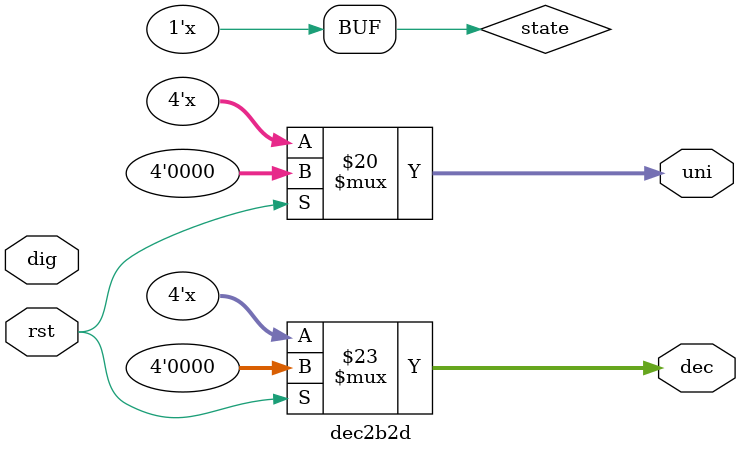
<source format=v>
/*
 * Antonio Aguilar
 * Codificador digimal a binario 2 digitos
*/

module dec2b2d(input rst, input [9:0]dig, output reg [3:0] uni, dec);
	reg state;
	reg[3:0] value;
	parameter unit = 1, decim = 0;
	
	always @(dig)
	begin
		if (dig[9] == 1)
			value = 1;
		else if (dig[8] == 1)
			value = 2;
		else if (dig[7] == 1)
			value = 3;
		else if (dig[6] == 1)
			value = 4;
		else if (dig[5] == 1)
			value = 5;
		else if (dig[4] == 1)
			value = 6;
		else if (dig[3] == 1)
			value = 7;
		else if (dig[2] == 1)
			value = 8;
		else if (dig[1] == 1)
			value = 9;
		else if (dig[0] == 1)
			value = 0;
	end
	
	always @(dig or rst)
	begin
		if (rst)
			{uni, dec} = 0;
		else 
		begin
			case (state)
				unit:
				begin
					uni = value;
					state = decim;
				end
				decim:
				begin
					dec = value;
					state = unit;
				end
			endcase
		end
	end
endmodule

</source>
